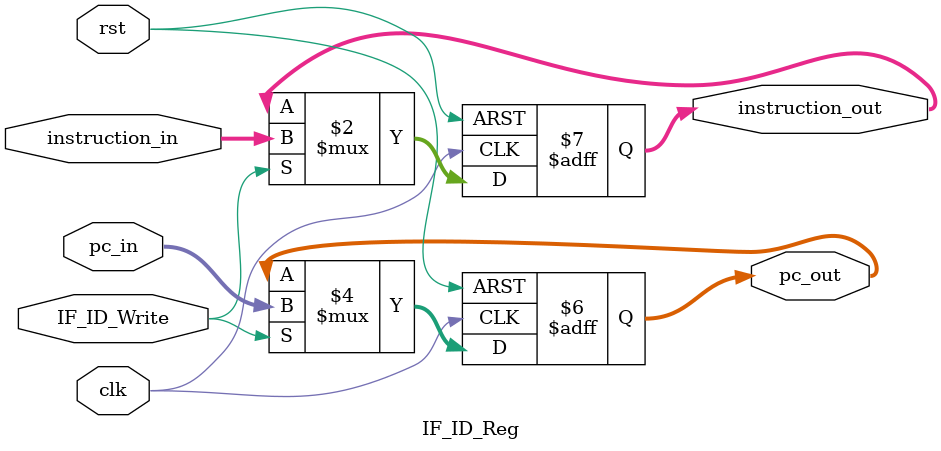
<source format=v>
module instruction_fetch (
    input [63:0] PC,  
    output reg [31:0] instruction,  
    output reg invAddr
);
    reg [31:0] instr_mem [0:1023]; 

    always @(*) begin
        if (PC[1:0] != 0 || PC[63:2] > 1023) begin
            invAddr = 1'b1;
            instruction = 32'hxxxxxxxx;  // Invalid instruction
        end else begin
            invAddr = 1'b0;
            instruction = instr_mem[PC[11:2]];  // Fetch instruction
        end
    end
endmodule

module IF_ID_Reg (
    input wire clk,
    input wire rst,
    input wire [63:0] pc_in,
    input wire [31:0] instruction_in,
    input wire IF_ID_Write,

    output reg [63:0] pc_out,
    output reg [31:0] instruction_out
);

always @(posedge clk or posedge rst) begin
    if (rst) begin
        pc_out         <= 64'b0;
        instruction_out <= 32'b0;
    end
    else if (IF_ID_Write) begin
        pc_out         <= pc_in;
        instruction_out <= instruction_in;
    end

end

endmodule

</source>
